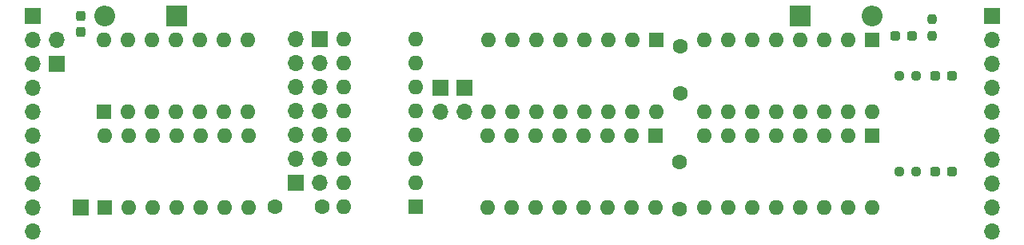
<source format=gbr>
%TF.GenerationSoftware,KiCad,Pcbnew,7.0.5*%
%TF.CreationDate,2024-09-15T17:20:00-04:00*%
%TF.ProjectId,8_bit_logic_analyzer,385f6269-745f-46c6-9f67-69635f616e61,rev?*%
%TF.SameCoordinates,Original*%
%TF.FileFunction,Soldermask,Top*%
%TF.FilePolarity,Negative*%
%FSLAX46Y46*%
G04 Gerber Fmt 4.6, Leading zero omitted, Abs format (unit mm)*
G04 Created by KiCad (PCBNEW 7.0.5) date 2024-09-15 17:20:00*
%MOMM*%
%LPD*%
G01*
G04 APERTURE LIST*
G04 Aperture macros list*
%AMRoundRect*
0 Rectangle with rounded corners*
0 $1 Rounding radius*
0 $2 $3 $4 $5 $6 $7 $8 $9 X,Y pos of 4 corners*
0 Add a 4 corners polygon primitive as box body*
4,1,4,$2,$3,$4,$5,$6,$7,$8,$9,$2,$3,0*
0 Add four circle primitives for the rounded corners*
1,1,$1+$1,$2,$3*
1,1,$1+$1,$4,$5*
1,1,$1+$1,$6,$7*
1,1,$1+$1,$8,$9*
0 Add four rect primitives between the rounded corners*
20,1,$1+$1,$2,$3,$4,$5,0*
20,1,$1+$1,$4,$5,$6,$7,0*
20,1,$1+$1,$6,$7,$8,$9,0*
20,1,$1+$1,$8,$9,$2,$3,0*%
G04 Aperture macros list end*
%ADD10RoundRect,0.237500X0.237500X-0.287500X0.237500X0.287500X-0.237500X0.287500X-0.237500X-0.287500X0*%
%ADD11RoundRect,0.237500X-0.287500X-0.237500X0.287500X-0.237500X0.287500X0.237500X-0.287500X0.237500X0*%
%ADD12RoundRect,0.237500X0.250000X0.237500X-0.250000X0.237500X-0.250000X-0.237500X0.250000X-0.237500X0*%
%ADD13RoundRect,0.237500X0.237500X-0.250000X0.237500X0.250000X-0.237500X0.250000X-0.237500X-0.250000X0*%
%ADD14R,1.700000X1.700000*%
%ADD15O,1.700000X1.700000*%
%ADD16R,1.600000X1.600000*%
%ADD17O,1.600000X1.600000*%
%ADD18C,1.600000*%
%ADD19O,2.200000X2.200000*%
%ADD20R,2.200000X2.200000*%
G04 APERTURE END LIST*
D10*
%TO.C,D18*%
X21590000Y-16510000D03*
X21590000Y-18260000D03*
%TD*%
D11*
%TO.C,D3*%
X109657485Y-18643513D03*
X107907485Y-18643513D03*
%TD*%
D12*
%TO.C,R19*%
X108307500Y-33020000D03*
X110132500Y-33020000D03*
%TD*%
%TO.C,R18*%
X110132500Y-22860000D03*
X108307500Y-22860000D03*
%TD*%
D13*
%TO.C,R4*%
X111760000Y-16867500D03*
X111760000Y-18692500D03*
%TD*%
D11*
%TO.C,D17*%
X113905000Y-33020000D03*
X112155000Y-33020000D03*
%TD*%
%TO.C,D16*%
X113905000Y-22860000D03*
X112155000Y-22860000D03*
%TD*%
D14*
%TO.C,J4*%
X44440000Y-34275000D03*
D15*
X44440000Y-31735000D03*
X44440000Y-29195000D03*
X44440000Y-26655000D03*
X44440000Y-24115000D03*
X44440000Y-21575000D03*
X44440000Y-19035000D03*
%TD*%
D14*
%TO.C,J2*%
X16510000Y-16510000D03*
D15*
X16510000Y-19050000D03*
X16510000Y-21590000D03*
X16510000Y-24130000D03*
X16510000Y-26670000D03*
X16510000Y-29210000D03*
X16510000Y-31750000D03*
X16510000Y-34290000D03*
X16510000Y-36830000D03*
X16510000Y-39370000D03*
%TD*%
D16*
%TO.C,U6*%
X57140000Y-36815000D03*
D17*
X57140000Y-34275000D03*
X57140000Y-31735000D03*
X57140000Y-29195000D03*
X57140000Y-26655000D03*
X57140000Y-24115000D03*
X57140000Y-21575000D03*
X57140000Y-19035000D03*
X49520000Y-19035000D03*
X49520000Y-21575000D03*
X49520000Y-24115000D03*
X49520000Y-26655000D03*
X49520000Y-29195000D03*
X49520000Y-31735000D03*
X49520000Y-34275000D03*
X49520000Y-36815000D03*
%TD*%
%TO.C,U5*%
X82550000Y-26670000D03*
X80010000Y-26670000D03*
X77470000Y-26670000D03*
X74930000Y-26670000D03*
X72390000Y-26670000D03*
X69850000Y-26670000D03*
X67310000Y-26670000D03*
X64770000Y-26670000D03*
X64770000Y-19050000D03*
X67310000Y-19050000D03*
X69850000Y-19050000D03*
X72390000Y-19050000D03*
X74930000Y-19050000D03*
X77470000Y-19050000D03*
X80010000Y-19050000D03*
D16*
X82550000Y-19050000D03*
%TD*%
D18*
%TO.C,C11*%
X85039517Y-32020675D03*
X85039517Y-37020675D03*
%TD*%
D17*
%TO.C,U4*%
X105410000Y-36830000D03*
X102870000Y-36830000D03*
X100330000Y-36830000D03*
X97790000Y-36830000D03*
X95250000Y-36830000D03*
X92710000Y-36830000D03*
X90170000Y-36830000D03*
X87630000Y-36830000D03*
X87630000Y-29210000D03*
X90170000Y-29210000D03*
X92710000Y-29210000D03*
X95250000Y-29210000D03*
X97790000Y-29210000D03*
X100330000Y-29210000D03*
X102870000Y-29210000D03*
D16*
X105410000Y-29210000D03*
%TD*%
D18*
%TO.C,C10*%
X85089999Y-19736650D03*
X85089999Y-24736650D03*
%TD*%
D16*
%TO.C,U7*%
X24125000Y-26660000D03*
D17*
X26665000Y-26660000D03*
X29205000Y-26660000D03*
X31745000Y-26660000D03*
X34285000Y-26660000D03*
X36825000Y-26660000D03*
X39365000Y-26660000D03*
X39365000Y-19040000D03*
X36825000Y-19040000D03*
X34285000Y-19040000D03*
X31745000Y-19040000D03*
X29205000Y-19040000D03*
X26665000Y-19040000D03*
X24125000Y-19040000D03*
%TD*%
D16*
%TO.C,U8*%
X24130000Y-36830000D03*
D17*
X26670000Y-36830000D03*
X29210000Y-36830000D03*
X31750000Y-36830000D03*
X34290000Y-36830000D03*
X36830000Y-36830000D03*
X39370000Y-36830000D03*
X39370000Y-29210000D03*
X36830000Y-29210000D03*
X34290000Y-29210000D03*
X31750000Y-29210000D03*
X29210000Y-29210000D03*
X26670000Y-29210000D03*
X24130000Y-29210000D03*
%TD*%
D14*
%TO.C,J8*%
X21590000Y-36830000D03*
%TD*%
D15*
%TO.C,J1*%
X118110000Y-39370000D03*
X118110000Y-36830000D03*
X118110000Y-34290000D03*
X118110000Y-31750000D03*
X118110000Y-29210000D03*
X118110000Y-26670000D03*
X118110000Y-24130000D03*
X118110000Y-21590000D03*
X118110000Y-19050000D03*
D14*
X118110000Y-16510000D03*
%TD*%
D15*
%TO.C,J5*%
X59690000Y-26670000D03*
D14*
X59690000Y-24130000D03*
%TD*%
D19*
%TO.C,D2*%
X105410000Y-16510000D03*
D20*
X97790000Y-16510000D03*
%TD*%
D17*
%TO.C,U9*%
X82535000Y-36840000D03*
X79995000Y-36840000D03*
X77455000Y-36840000D03*
X74915000Y-36840000D03*
X72375000Y-36840000D03*
X69835000Y-36840000D03*
X67295000Y-36840000D03*
X64755000Y-36840000D03*
X64755000Y-29220000D03*
X67295000Y-29220000D03*
X69835000Y-29220000D03*
X72375000Y-29220000D03*
X74915000Y-29220000D03*
X77455000Y-29220000D03*
X79995000Y-29220000D03*
D16*
X82535000Y-29220000D03*
%TD*%
D15*
%TO.C,J6*%
X62230000Y-26670000D03*
D14*
X62230000Y-24130000D03*
%TD*%
%TO.C,J7*%
X19050000Y-21590000D03*
D15*
X19050000Y-19050000D03*
%TD*%
D17*
%TO.C,U2*%
X105410000Y-26670000D03*
X102870000Y-26670000D03*
X100330000Y-26670000D03*
X97790000Y-26670000D03*
X95250000Y-26670000D03*
X92710000Y-26670000D03*
X90170000Y-26670000D03*
X87630000Y-26670000D03*
X87630000Y-19050000D03*
X90170000Y-19050000D03*
X92710000Y-19050000D03*
X95250000Y-19050000D03*
X97790000Y-19050000D03*
X100330000Y-19050000D03*
X102870000Y-19050000D03*
D16*
X105410000Y-19050000D03*
%TD*%
D20*
%TO.C,D1*%
X31750000Y-16510000D03*
D19*
X24130000Y-16510000D03*
%TD*%
D18*
%TO.C,C4*%
X47176220Y-36812393D03*
X42176220Y-36812393D03*
%TD*%
D14*
%TO.C,J3*%
X46980000Y-19035000D03*
D15*
X46980000Y-21575000D03*
X46980000Y-24115000D03*
X46980000Y-26655000D03*
X46980000Y-29195000D03*
X46980000Y-31735000D03*
X46980000Y-34275000D03*
%TD*%
M02*

</source>
